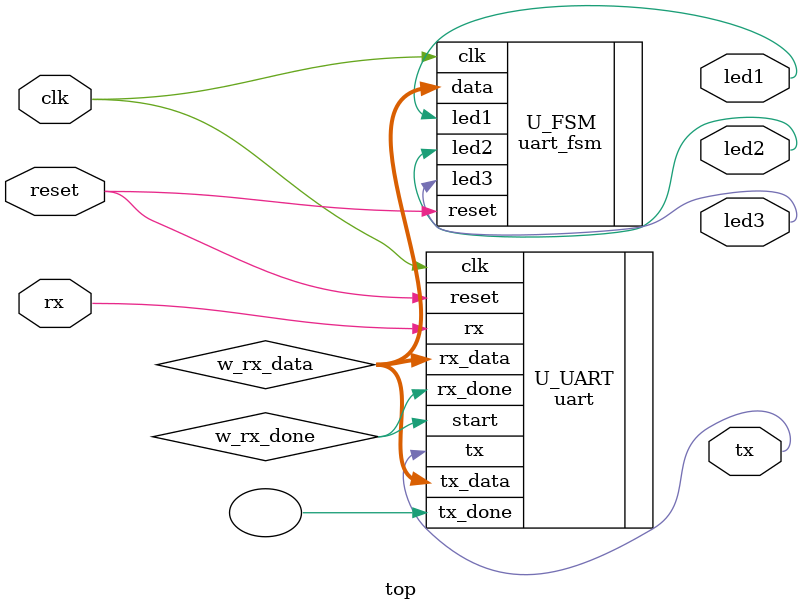
<source format=v>
`timescale 1ns / 1ps

module top (
    input clk,
    input reset,
    input rx,
    output tx,
    output led1,
    output led2,
    output led3
);
    wire [7:0] w_rx_data;
    wire       w_rx_done;

    uart U_UART (
        .clk(clk),
        .reset(reset),
        // Transmitter
        .start(w_rx_done),
        .tx_data(w_rx_data),
        .tx(tx),
        .tx_done(),
        // Receiver
        .rx(rx),
        .rx_data(w_rx_data),
        .rx_done(w_rx_done)
    );

    uart_fsm U_FSM (
        .clk  (clk),
        .reset(reset),
        .data (w_rx_data),
        .led1(led1),
        .led2(led2),
        .led3(led3)
    );


endmodule

</source>
